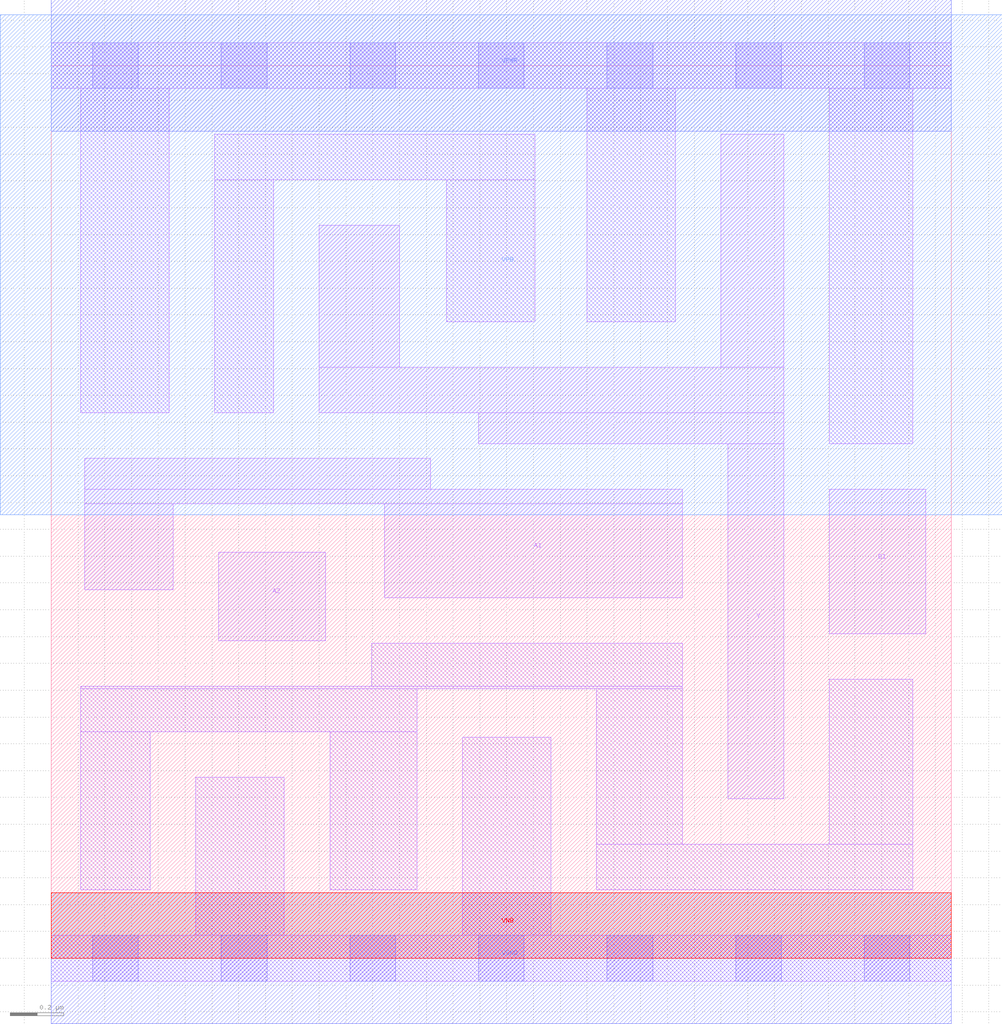
<source format=lef>
# Copyright 2020 The SkyWater PDK Authors
#
# Licensed under the Apache License, Version 2.0 (the "License");
# you may not use this file except in compliance with the License.
# You may obtain a copy of the License at
#
#     https://www.apache.org/licenses/LICENSE-2.0
#
# Unless required by applicable law or agreed to in writing, software
# distributed under the License is distributed on an "AS IS" BASIS,
# WITHOUT WARRANTIES OR CONDITIONS OF ANY KIND, either express or implied.
# See the License for the specific language governing permissions and
# limitations under the License.
#
# SPDX-License-Identifier: Apache-2.0

VERSION 5.7 ;
  NOWIREEXTENSIONATPIN ON ;
  DIVIDERCHAR "/" ;
  BUSBITCHARS "[]" ;
MACRO sky130_fd_sc_lp__o21ai_2
  CLASS CORE ;
  FOREIGN sky130_fd_sc_lp__o21ai_2 ;
  ORIGIN  0.000000  0.000000 ;
  SIZE  3.360000 BY  3.330000 ;
  SYMMETRY X Y R90 ;
  SITE unit ;
  PIN A1
    ANTENNAGATEAREA  0.630000 ;
    DIRECTION INPUT ;
    USE SIGNAL ;
    PORT
      LAYER li1 ;
        RECT 0.125000 1.375000 0.455000 1.695000 ;
        RECT 0.125000 1.695000 2.355000 1.750000 ;
        RECT 0.125000 1.750000 1.415000 1.865000 ;
        RECT 1.245000 1.345000 2.355000 1.695000 ;
    END
  END A1
  PIN A2
    ANTENNAGATEAREA  0.630000 ;
    DIRECTION INPUT ;
    USE SIGNAL ;
    PORT
      LAYER li1 ;
        RECT 0.625000 1.185000 1.025000 1.515000 ;
    END
  END A2
  PIN B1
    ANTENNAGATEAREA  0.630000 ;
    DIRECTION INPUT ;
    USE SIGNAL ;
    PORT
      LAYER li1 ;
        RECT 2.905000 1.210000 3.265000 1.750000 ;
    END
  END B1
  PIN Y
    ANTENNADIFFAREA  0.940800 ;
    DIRECTION OUTPUT ;
    USE SIGNAL ;
    PORT
      LAYER li1 ;
        RECT 1.000000 2.035000 2.735000 2.205000 ;
        RECT 1.000000 2.205000 1.300000 2.735000 ;
        RECT 1.595000 1.920000 2.735000 2.035000 ;
        RECT 2.500000 2.205000 2.735000 3.075000 ;
        RECT 2.525000 0.595000 2.735000 1.920000 ;
    END
  END Y
  PIN VGND
    DIRECTION INOUT ;
    USE GROUND ;
    PORT
      LAYER met1 ;
        RECT 0.000000 -0.245000 3.360000 0.245000 ;
    END
  END VGND
  PIN VNB
    DIRECTION INOUT ;
    USE GROUND ;
    PORT
      LAYER pwell ;
        RECT 0.000000 0.000000 3.360000 0.245000 ;
    END
  END VNB
  PIN VPB
    DIRECTION INOUT ;
    USE POWER ;
    PORT
      LAYER nwell ;
        RECT -0.190000 1.655000 3.550000 3.520000 ;
    END
  END VPB
  PIN VPWR
    DIRECTION INOUT ;
    USE POWER ;
    PORT
      LAYER met1 ;
        RECT 0.000000 3.085000 3.360000 3.575000 ;
    END
  END VPWR
  OBS
    LAYER li1 ;
      RECT 0.000000 -0.085000 3.360000 0.085000 ;
      RECT 0.000000  3.245000 3.360000 3.415000 ;
      RECT 0.110000  0.255000 0.370000 0.845000 ;
      RECT 0.110000  0.845000 1.365000 1.005000 ;
      RECT 0.110000  1.005000 2.355000 1.015000 ;
      RECT 0.110000  2.035000 0.440000 3.245000 ;
      RECT 0.540000  0.085000 0.870000 0.675000 ;
      RECT 0.610000  2.035000 0.830000 2.905000 ;
      RECT 0.610000  2.905000 1.805000 3.075000 ;
      RECT 1.040000  0.255000 1.365000 0.845000 ;
      RECT 1.195000  1.015000 2.355000 1.175000 ;
      RECT 1.475000  2.375000 1.805000 2.905000 ;
      RECT 1.535000  0.085000 1.865000 0.825000 ;
      RECT 2.000000  2.375000 2.330000 3.245000 ;
      RECT 2.035000  0.255000 3.215000 0.425000 ;
      RECT 2.035000  0.425000 2.355000 1.005000 ;
      RECT 2.905000  0.425000 3.215000 1.040000 ;
      RECT 2.905000  1.920000 3.215000 3.245000 ;
    LAYER mcon ;
      RECT 0.155000 -0.085000 0.325000 0.085000 ;
      RECT 0.155000  3.245000 0.325000 3.415000 ;
      RECT 0.635000 -0.085000 0.805000 0.085000 ;
      RECT 0.635000  3.245000 0.805000 3.415000 ;
      RECT 1.115000 -0.085000 1.285000 0.085000 ;
      RECT 1.115000  3.245000 1.285000 3.415000 ;
      RECT 1.595000 -0.085000 1.765000 0.085000 ;
      RECT 1.595000  3.245000 1.765000 3.415000 ;
      RECT 2.075000 -0.085000 2.245000 0.085000 ;
      RECT 2.075000  3.245000 2.245000 3.415000 ;
      RECT 2.555000 -0.085000 2.725000 0.085000 ;
      RECT 2.555000  3.245000 2.725000 3.415000 ;
      RECT 3.035000 -0.085000 3.205000 0.085000 ;
      RECT 3.035000  3.245000 3.205000 3.415000 ;
  END
END sky130_fd_sc_lp__o21ai_2
END LIBRARY

</source>
